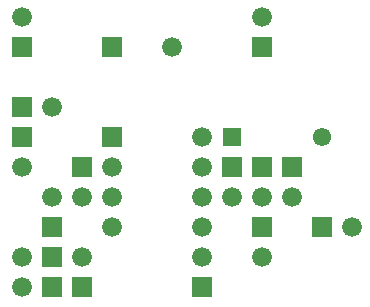
<source format=gbr>
G04 start of page 6 for group -4063 idx -4063 *
G04 Title: D3, componentmask *
G04 Creator: pcb 20100929 *
G04 CreationDate: 2012年01月16日 星期一 05时02分32秒 UTC *
G04 For: dword *
G04 Format: Gerber/RS-274X *
G04 PCB-Dimensions: 200000 200000 *
G04 PCB-Coordinate-Origin: lower left *
%MOIN*%
%FSLAX25Y25*%
%LNFRONTMASK*%
%ADD11C,0.0200*%
%ADD19C,0.0660*%
%ADD20C,0.0610*%
G54D11*G36*
X6700Y183300D02*Y176700D01*
X13300D01*
Y183300D01*
X6700D01*
G37*
G54D19*X10000Y190000D03*
G54D11*G36*
X36700Y183300D02*Y176700D01*
X43300D01*
Y183300D01*
X36700D01*
G37*
G36*
X6700Y163300D02*Y156700D01*
X13300D01*
Y163300D01*
X6700D01*
G37*
G54D19*X20000Y160000D03*
X80000Y130000D03*
G54D11*G36*
X16700Y123300D02*Y116700D01*
X23300D01*
Y123300D01*
X16700D01*
G37*
G54D19*X20000Y130000D03*
G54D11*G36*
X106700Y123300D02*Y116700D01*
X113300D01*
Y123300D01*
X106700D01*
G37*
G54D19*X120000Y120000D03*
G54D11*G36*
X86700Y123300D02*Y116700D01*
X93300D01*
Y123300D01*
X86700D01*
G37*
G54D19*X90000Y110000D03*
G54D11*G36*
X96700Y143300D02*Y136700D01*
X103300D01*
Y143300D01*
X96700D01*
G37*
G54D19*X100000Y130000D03*
G54D11*G36*
X66700Y103300D02*Y96700D01*
X73300D01*
Y103300D01*
X66700D01*
G37*
G54D19*X70000Y110000D03*
G54D20*X110000Y150000D03*
G54D11*G36*
X16700Y103300D02*Y96700D01*
X23300D01*
Y103300D01*
X16700D01*
G37*
G54D19*X10000Y100000D03*
G54D11*G36*
X16700Y113300D02*Y106700D01*
X23300D01*
Y113300D01*
X16700D01*
G37*
G36*
X26700Y143300D02*Y136700D01*
X33300D01*
Y143300D01*
X26700D01*
G37*
G54D19*X30000Y130000D03*
G54D11*G36*
X36700Y153300D02*Y146700D01*
X43300D01*
Y153300D01*
X36700D01*
G37*
G54D19*X40000Y140000D03*
Y130000D03*
X10000Y110000D03*
G54D11*G36*
X6700Y153300D02*Y146700D01*
X13300D01*
Y153300D01*
X6700D01*
G37*
G54D19*X10000Y140000D03*
G54D11*G36*
X26700Y103300D02*Y96700D01*
X33300D01*
Y103300D01*
X26700D01*
G37*
G54D19*X30000Y110000D03*
X40000Y120000D03*
X70000D03*
Y130000D03*
Y140000D03*
Y150000D03*
G54D11*G36*
X86700Y143300D02*Y136700D01*
X93300D01*
Y143300D01*
X86700D01*
G37*
G54D19*X90000Y130000D03*
G54D11*G36*
X76700Y143300D02*Y136700D01*
X83300D01*
Y143300D01*
X76700D01*
G37*
G36*
X76950Y153050D02*Y146950D01*
X83050D01*
Y153050D01*
X76950D01*
G37*
G54D19*X60000Y180000D03*
G54D11*G36*
X86700Y183300D02*Y176700D01*
X93300D01*
Y183300D01*
X86700D01*
G37*
G54D19*X90000Y190000D03*
M02*

</source>
